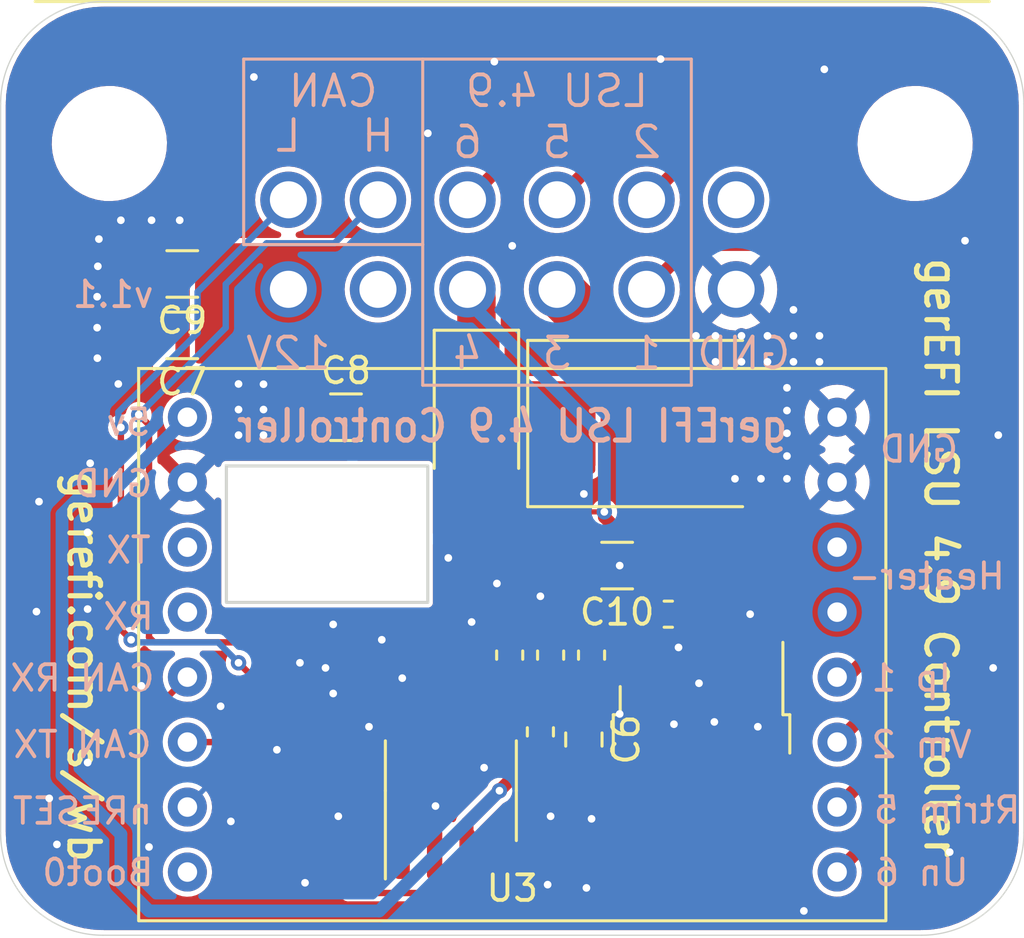
<source format=kicad_pcb>
(kicad_pcb (version 20211014) (generator pcbnew)
  (layers (0 "F.Cu" signal) (31 "B.Cu" signal) (34 "B.Paste" user) (35 "F.Paste" user) (36 "B.SilkS" user "B.Silkscreen") (37 "F.SilkS" user "F.Silkscreen") (38 "B.Mask" user) (39 "F.Mask" user) (44 "Edge.Cuts" user))
  (net 0 "")
  (net 1 "GND")
  (net 2 "+5V")
  (net 3 "Net-(C3-Pad1)")
  (net 4 "12V_RAW")
  (net 5 "/CAN_H")
  (net 6 "/CAN_L")
  (net 7 "/CAN_RX")
  (net 8 "/CAN_TX")
  (net 9 "/LSU_Heater+")
  (net 10 "/LSU_Un")
  (net 11 "/LSU_Rtrim")
  (net 12 "/LSU_Vm")
  (net 13 "/LSU_Ip")
  (net 14 "/LSU_Heater-")
  (net 19 "/Boot0")
  (footprint "mx120:mx120g-12" (layer "F.Cu") (at 60 66)
    (fp_text reference "J3" hide)
    (fp_text value "Conn_02x06_Top_Bottom")
    (fp_line (start 18.65 -11.25) (end -18.65 -11.25) (layer "F.SilkS") (width 0.12))
    (pad "" np_thru_hole circle locked (at -15.75 -5.7) (size 4 4) (drill 4) (layers *.Cu *.Mask))
    (pad "" np_thru_hole circle locked (at 15.75 -5.7) (size 4 4) (drill 4) (layers *.Cu *.Mask))
    (pad "1" thru_hole circle locked (at 8.75 0 180) (size 2.2 2.2) (drill 1.45) (layers *.Cu *.Mask) (net 1 "GND"))
    (pad "2" thru_hole circle locked (at 5.25 0 180) (size 2.2 2.2) (drill 1.45) (layers *.Cu *.Mask) (net 13 "/LSU_Ip"))
    (pad "3" thru_hole circle locked (at 1.75 0 180) (size 2.2 2.2) (drill 1.45) (layers *.Cu *.Mask) (net 14 "/LSU_Heater-"))
    (pad "4" thru_hole circle locked (at -1.75 0 180) (size 2.2 2.2) (drill 1.45) (layers *.Cu *.Mask) (net 9 "/LSU_Heater+"))
    (pad "5" thru_hole circle locked (at -5.25 0 180) (size 2.2 2.2) (drill 1.45) (layers *.Cu *.Mask))
    (pad "6" thru_hole circle locked (at -8.75 0 180) (size 2.2 2.2) (drill 1.45) (layers *.Cu *.Mask) (net 4 "12V_RAW"))
    (pad "7" thru_hole circle locked (at 8.75 -3.5 180) (size 2.2 2.2) (drill 1.45) (layers *.Cu *.Mask))
    (pad "8" thru_hole circle locked (at 5.25 -3.5 180) (size 2.2 2.2) (drill 1.45) (layers *.Cu *.Mask) (net 12 "/LSU_Vm"))
    (pad "9" thru_hole circle locked (at 1.75 -3.5 180) (size 2.2 2.2) (drill 1.45) (layers *.Cu *.Mask) (net 11 "/LSU_Rtrim"))
    (pad "10" thru_hole circle locked (at -1.75 -3.5 180) (size 2.2 2.2) (drill 1.45) (layers *.Cu *.Mask) (net 10 "/LSU_Un"))
    (pad "11" thru_hole circle locked (at -5.25 -3.5 180) (size 2.2 2.2) (drill 1.45) (layers *.Cu *.Mask) (net 5 "/CAN_H"))
    (pad "12" thru_hole circle locked (at -8.75 -3.5 180) (size 2.2 2.2) (drill 1.45) (layers *.Cu *.Mask) (net 6 "/CAN_L"))
  )
  (footprint "Capacitor_SMD:C_0603_1608Metric" (layer "F.Cu") (at 66.1 78.7 180)
    (fp_text reference "C1" hide)
    (fp_text value "1u")
    (fp_line (start -0.162779 0.51) (end 0.162779 0.51) (layer "F.SilkS") (width 0.12))
    (fp_line (start -0.162779 -0.51) (end 0.162779 -0.51) (layer "F.SilkS") (width 0.12))
    (pad "1" smd roundrect locked (at -0.7875 0 180) (size 0.875 0.95) (layers "F.Cu" "F.Paste" "F.Mask") (net 9 "/LSU_Heater+"))
    (pad "2" smd roundrect locked (at 0.7875 0 180) (size 0.875 0.95) (layers "F.Cu" "F.Paste" "F.Mask") (net 1 "GND"))
  )
  (footprint "Capacitor_SMD:C_0603_1608Metric" (layer "F.Cu") (at 63.1 80.3 90)
    (fp_text reference "C2" hide)
    (fp_text value "1u")
    (fp_line (start -0.162779 0.51) (end 0.162779 0.51) (layer "F.SilkS") (width 0.12))
    (fp_line (start -0.162779 -0.51) (end 0.162779 -0.51) (layer "F.SilkS") (width 0.12))
    (pad "1" smd roundrect locked (at -0.7875 0 90) (size 0.875 0.95) (layers "F.Cu" "F.Paste" "F.Mask") (net 2 "+5V"))
    (pad "2" smd roundrect locked (at 0.7875 0 90) (size 0.875 0.95) (layers "F.Cu" "F.Paste" "F.Mask") (net 1 "GND"))
  )
  (footprint "Capacitor_SMD:C_0603_1608Metric" (layer "F.Cu") (at 59.9 80.3 90)
    (fp_text reference "C3" hide)
    (fp_text value "1u")
    (fp_line (start -0.162779 0.51) (end 0.162779 0.51) (layer "F.SilkS") (width 0.12))
    (fp_line (start -0.162779 -0.51) (end 0.162779 -0.51) (layer "F.SilkS") (width 0.12))
    (pad "1" smd roundrect locked (at -0.7875 0 90) (size 0.875 0.95) (layers "F.Cu" "F.Paste" "F.Mask") (net 3 "Net-(C3-Pad1)"))
    (pad "2" smd roundrect locked (at 0.7875 0 90) (size 0.875 0.95) (layers "F.Cu" "F.Paste" "F.Mask") (net 1 "GND"))
  )
  (footprint "Diode_SMD:D_SMC" (layer "F.Cu") (at 65.405 71.247)
    (fp_text reference "D1" hide)
    (fp_text value "D_TVS")
    (fp_line (start -4.8 3.25) (end 3.6 3.25) (layer "F.SilkS") (width 0.12))
    (fp_line (start -4.8 3.25) (end -4.8 -3.25) (layer "F.SilkS") (width 0.12))
    (fp_line (start -4.8 -3.25) (end 3.6 -3.25) (layer "F.SilkS") (width 0.12))
    (pad "1" smd rect locked (at -3.4 0 90) (size 3.3 2.5) (layers "F.Cu" "F.Paste" "F.Mask") (net 4 "12V_RAW"))
    (pad "2" smd rect locked (at 3.4 0 90) (size 3.3 2.5) (layers "F.Cu" "F.Paste" "F.Mask") (net 1 "GND"))
  )
  (footprint "Diode_SMD:D_SMA" (layer "F.Cu") (at 58.6 71 -90)
    (fp_text reference "D2" hide)
    (fp_text value "D_Schottky")
    (fp_line (start -3.4 -1.65) (end -3.4 1.65) (layer "F.SilkS") (width 0.12))
    (fp_line (start -3.4 -1.65) (end 2 -1.65) (layer "F.SilkS") (width 0.12))
    (fp_line (start -3.4 1.65) (end 2 1.65) (layer "F.SilkS") (width 0.12))
    (pad "1" smd rect locked (at -2 0 270) (size 2.5 1.8) (layers "F.Cu" "F.Paste" "F.Mask") (net 9 "/LSU_Heater+"))
    (pad "2" smd rect locked (at 2 0 270) (size 2.5 1.8) (layers "F.Cu" "F.Paste" "F.Mask") (net 4 "12V_RAW"))
  )
  (footprint "Resistor_SMD:R_0603_1608Metric" (layer "F.Cu") (at 61.1 83.3 90)
    (fp_text reference "R1" hide)
    (fp_text value "220")
    (fp_line (start -0.162779 -0.51) (end 0.162779 -0.51) (layer "F.SilkS") (width 0.12))
    (fp_line (start -0.162779 0.51) (end 0.162779 0.51) (layer "F.SilkS") (width 0.12))
    (pad "1" smd roundrect locked (at -0.7875 0 90) (size 0.875 0.95) (layers "F.Cu" "F.Paste" "F.Mask") (net 2 "+5V"))
    (pad "2" smd roundrect locked (at 0.7875 0 90) (size 0.875 0.95) (layers "F.Cu" "F.Paste" "F.Mask") (net 3 "Net-(C3-Pad1)"))
  )
  (footprint "Resistor_SMD:R_0603_1608Metric" (layer "F.Cu") (at 61.5 80.3 90)
    (fp_text reference "R2" hide)
    (fp_text value "470")
    (fp_line (start -0.162779 0.51) (end 0.162779 0.51) (layer "F.SilkS") (width 0.12))
    (fp_line (start -0.162779 -0.51) (end 0.162779 -0.51) (layer "F.SilkS") (width 0.12))
    (pad "1" smd roundrect locked (at -0.7875 0 90) (size 0.875 0.95) (layers "F.Cu" "F.Paste" "F.Mask") (net 3 "Net-(C3-Pad1)"))
    (pad "2" smd roundrect locked (at 0.7875 0 90) (size 0.875 0.95) (layers "F.Cu" "F.Paste" "F.Mask") (net 1 "GND"))
  )
  (footprint "Package_SO:SOIC-8_3.9x4.9mm_P1.27mm" (layer "F.Cu") (at 57.6 85.6 90)
    (fp_text reference "U1" hide)
    (fp_text value "TJA1051T-3")
    (fp_line (start 0 -2.56) (end 1.95 -2.56) (layer "F.SilkS") (width 0.12))
    (fp_line (start 0 2.56) (end 1.95 2.56) (layer "F.SilkS") (width 0.12))
    (fp_line (start 0 -2.56) (end -3.45 -2.56) (layer "F.SilkS") (width 0.12))
    (fp_line (start 0 2.56) (end -1.95 2.56) (layer "F.SilkS") (width 0.12))
    (pad "1" smd roundrect locked (at -2.475 -1.905 90) (size 1.95 0.6) (layers "F.Cu" "F.Paste" "F.Mask") (net 8 "/CAN_TX"))
    (pad "2" smd roundrect locked (at -2.475 -0.635 90) (size 1.95 0.6) (layers "F.Cu" "F.Paste" "F.Mask") (net 1 "GND"))
    (pad "3" smd roundrect locked (at -2.475 0.635 90) (size 1.95 0.6) (layers "F.Cu" "F.Paste" "F.Mask") (net 2 "+5V"))
    (pad "4" smd roundrect locked (at -2.475 1.905 90) (size 1.95 0.6) (layers "F.Cu" "F.Paste" "F.Mask") (net 7 "/CAN_RX"))
    (pad "5" smd roundrect locked (at 2.475 1.905 90) (size 1.95 0.6) (layers "F.Cu" "F.Paste" "F.Mask") (net 3 "Net-(C3-Pad1)"))
    (pad "6" smd roundrect locked (at 2.475 0.635 90) (size 1.95 0.6) (layers "F.Cu" "F.Paste" "F.Mask") (net 6 "/CAN_L"))
    (pad "7" smd roundrect locked (at 2.475 -0.635 90) (size 1.95 0.6) (layers "F.Cu" "F.Paste" "F.Mask") (net 5 "/CAN_H"))
    (pad "8" smd roundrect locked (at 2.475 -1.905 90) (size 1.95 0.6) (layers "F.Cu" "F.Paste" "F.Mask") (net 1 "GND"))
  )
  (footprint "Package_TO_SOT_SMD:TO-252-2" (layer "F.Cu") (at 67.4 85.1 -90)
    (fp_text reference "U2" hide)
    (fp_text value "LM78M05_TO252")
    (fp_line (start -0.97 -3.45) (end -2.47 -3.45) (layer "F.SilkS") (width 0.12))
    (fp_line (start -2.47 3.18) (end -3.57 3.18) (layer "F.SilkS") (width 0.12))
    (fp_line (start -0.97 3.45) (end -2.47 3.45) (layer "F.SilkS") (width 0.12))
    (fp_line (start -2.47 3.45) (end -2.47 3.18) (layer "F.SilkS") (width 0.12))
    (fp_line (start -2.47 -3.45) (end -2.47 -3.18) (layer "F.SilkS") (width 0.12))
    (fp_line (start -2.47 -3.18) (end -5.3 -3.18) (layer "F.SilkS") (width 0.12))
    (pad "1" smd rect locked (at -4.2 -2.28 270) (size 2.2 1.2) (layers "F.Cu" "F.Paste" "F.Mask") (net 9 "/LSU_Heater+"))
    (pad "2" smd rect locked (at 2.1 0 270) (size 6.4 5.8) (layers "F.Cu" "F.Mask") (net 1 "GND"))
    (pad "3" smd rect locked (at -4.2 2.28 270) (size 2.2 1.2) (layers "F.Cu" "F.Paste" "F.Mask") (net 2 "+5V"))
  )
  (footprint "Capacitor_SMD:C_0402_1005Metric" (layer "F.Cu") (at 57 80.8 -90)
    (fp_text reference "C4" hide)
    (fp_text value "47p")
    (pad "1" smd roundrect locked (at -0.485 0 270) (size 0.59 0.64) (layers "F.Cu" "F.Paste" "F.Mask") (net 1 "GND"))
    (pad "2" smd roundrect locked (at 0.485 0 270) (size 0.59 0.64) (layers "F.Cu" "F.Paste" "F.Mask") (net 5 "/CAN_H"))
  )
  (footprint "Capacitor_SMD:C_0402_1005Metric" (layer "F.Cu") (at 58.2 80.8 90)
    (fp_text reference "C5" hide)
    (fp_text value "47p")
    (pad "1" smd roundrect locked (at -0.485 0 90) (size 0.59 0.64) (layers "F.Cu" "F.Paste" "F.Mask") (net 6 "/CAN_L"))
    (pad "2" smd roundrect locked (at 0.485 0 90) (size 0.59 0.64) (layers "F.Cu" "F.Paste" "F.Mask") (net 1 "GND"))
  )
  (footprint "Capacitor_SMD:C_0805_2012Metric" (layer "F.Cu") (at 62.8 83.6 -90)
    (fp_text reference "C6" (at 0 -1.65 90) (layer "F.SilkS"))
    (fp_text value "22u")
    (fp_line (start -0.258578 0.71) (end 0.258578 0.71) (layer "F.SilkS") (width 0.12))
    (fp_line (start -0.258578 -0.71) (end 0.258578 -0.71) (layer "F.SilkS") (width 0.12))
    (pad "1" smd roundrect locked (at -0.9375 0 270) (size 0.975 1.4) (layers "F.Cu" "F.Paste" "F.Mask") (net 2 "+5V"))
    (pad "2" smd roundrect locked (at 0.9375 0 270) (size 0.975 1.4) (layers "F.Cu" "F.Paste" "F.Mask") (net 1 "GND"))
  )
  (footprint "Capacitor_SMD:C_1206_3216Metric" (layer "F.Cu") (at 47.1 67.8 180)
    (fp_text reference "C7" (at 0 -1.82) (layer "F.SilkS"))
    (fp_text value "10u")
    (fp_line (start -0.602064 0.91) (end 0.602064 0.91) (layer "F.SilkS") (width 0.12))
    (fp_line (start -0.602064 -0.91) (end 0.602064 -0.91) (layer "F.SilkS") (width 0.12))
    (pad "1" smd roundrect locked (at -1.4 0 180) (size 1.25 1.75) (layers "F.Cu" "F.Paste" "F.Mask") (roundrect_rratio 0.2) (net 4 "12V_RAW"))
    (pad "2" smd roundrect locked (at 1.4 0 180) (size 1.25 1.75) (layers "F.Cu" "F.Paste" "F.Mask") (roundrect_rratio 0.2) (net 1 "GND"))
  )
  (footprint "Capacitor_SMD:C_1206_3216Metric" (layer "F.Cu") (at 53.5 71)
    (fp_text reference "C8" (at 0 -1.82) (layer "F.SilkS"))
    (fp_text value "10u")
    (fp_line (start -0.602064 -0.91) (end 0.602064 -0.91) (layer "F.SilkS") (width 0.12))
    (fp_line (start -0.602064 0.91) (end 0.602064 0.91) (layer "F.SilkS") (width 0.12))
    (pad "1" smd roundrect locked (at -1.4 0) (size 1.25 1.75) (layers "F.Cu" "F.Paste" "F.Mask") (roundrect_rratio 0.2) (net 1 "GND"))
    (pad "2" smd roundrect locked (at 1.4 0) (size 1.25 1.75) (layers "F.Cu" "F.Paste" "F.Mask") (roundrect_rratio 0.2) (net 4 "12V_RAW"))
  )
  (footprint "Capacitor_SMD:C_1206_3216Metric" (layer "F.Cu") (at 47.1 65.4 180)
    (fp_text reference "C9" (at 0 -1.82) (layer "F.SilkS"))
    (fp_text value "10u")
    (fp_line (start -0.602064 0.91) (end 0.602064 0.91) (layer "F.SilkS") (width 0.12))
    (fp_line (start -0.602064 -0.91) (end 0.602064 -0.91) (layer "F.SilkS") (width 0.12))
    (pad "1" smd roundrect locked (at -1.4 0 180) (size 1.25 1.75) (layers "F.Cu" "F.Paste" "F.Mask") (roundrect_rratio 0.2) (net 4 "12V_RAW"))
    (pad "2" smd roundrect locked (at 1.4 0 180) (size 1.25 1.75) (layers "F.Cu" "F.Paste" "F.Mask") (roundrect_rratio 0.2) (net 1 "GND"))
  )
  (footprint "Capacitor_SMD:C_1206_3216Metric" (layer "F.Cu") (at 64.1 76.8 180)
    (fp_text reference "C10" (at 0 -1.82) (layer "F.SilkS"))
    (fp_text value "10u")
    (fp_line (start -0.602064 -0.91) (end 0.602064 -0.91) (layer "F.SilkS") (width 0.12))
    (fp_line (start -0.602064 0.91) (end 0.602064 0.91) (layer "F.SilkS") (width 0.12))
    (pad "1" smd roundrect locked (at -1.4 0 180) (size 1.25 1.75) (layers "F.Cu" "F.Paste" "F.Mask") (roundrect_rratio 0.2) (net 9 "/LSU_Heater+"))
    (pad "2" smd roundrect locked (at 1.4 0 180) (size 1.25 1.75) (layers "F.Cu" "F.Paste" "F.Mask") (roundrect_rratio 0.2) (net 1 "GND"))
  )
  (footprint "wideband_module:f042_wideband_module" (layer "F.Cu") (at 47.3 71)
    (fp_text reference "U3" (at 12.7 18.415 unlocked) (layer "F.SilkS"))
    (fp_text value "f042_wideband_module")
    (fp_rect (start -1.905 -1.905) (end 27.305 19.685) (layer "F.SilkS") (width 0.12) (fill none))
    (fp_rect (start 1.524 1.905) (end 9.398 7.239) (layer "Edge.Cuts") (width 0.12) (fill none))
    (pad "1" thru_hole circle (at 0 0) (size 1.524 1.524) (drill 0.762) (layers *.Cu *.Mask) (net 2 "+5V"))
    (pad "2" thru_hole circle (at 0 2.54) (size 1.524 1.524) (drill 0.762) (layers *.Cu *.Mask) (net 1 "GND"))
    (pad "3" thru_hole circle (at 0 5.08) (size 1.524 1.524) (drill 0.762) (layers *.Cu *.Mask))
    (pad "4" thru_hole circle (at 0 7.62) (size 1.524 1.524) (drill 0.762) (layers *.Cu *.Mask))
    (pad "5" thru_hole circle (at 0 10.16) (size 1.524 1.524) (drill 0.762) (layers *.Cu *.Mask) (net 7 "/CAN_RX"))
    (pad "6" thru_hole circle (at 0 12.7) (size 1.524 1.524) (drill 0.762) (layers *.Cu *.Mask) (net 8 "/CAN_TX"))
    (pad "7" thru_hole circle (at 0 15.24) (size 1.524 1.524) (drill 0.762) (layers *.Cu *.Mask) (net 9 "/LSU_Heater+"))
    (pad "8" thru_hole circle (at 0 17.78) (size 1.524 1.524) (drill 0.762) (layers *.Cu *.Mask) (net 19 "/Boot0"))
    (pad "9" thru_hole circle (at 25.4 0) (size 1.524 1.524) (drill 0.762) (layers *.Cu *.Mask) (net 1 "GND"))
    (pad "10" thru_hole circle (at 25.4 2.54) (size 1.524 1.524) (drill 0.762) (layers *.Cu *.Mask) (net 1 "GND"))
    (pad "11" thru_hole circle (at 25.4 5.08) (size 1.524 1.524) (drill 0.762) (layers *.Cu *.Mask) (net 14 "/LSU_Heater-"))
    (pad "12" thru_hole circle (at 25.4 7.62) (size 1.524 1.524) (drill 0.762) (layers *.Cu *.Mask) (net 14 "/LSU_Heater-"))
    (pad "13" thru_hole circle (at 25.4 10.16) (size 1.524 1.524) (drill 0.762) (layers *.Cu *.Mask) (net 13 "/LSU_Ip"))
    (pad "14" thru_hole circle (at 25.4 12.7) (size 1.524 1.524) (drill 0.762) (layers *.Cu *.Mask) (net 12 "/LSU_Vm"))
    (pad "15" thru_hole circle (at 25.4 15.24) (size 1.524 1.524) (drill 0.762) (layers *.Cu *.Mask) (net 11 "/LSU_Rtrim"))
    (pad "16" thru_hole circle (at 25.4 17.78) (size 1.524 1.524) (drill 0.762) (layers *.Cu *.Mask) (net 10 "/LSU_Un"))
  )
  (gr_line (start 49.5 64.25) (end 56.5 64.25) (layer "B.SilkS") (width 0.12))
  (gr_line (start 67 57) (end 67 69.75) (layer "B.SilkS") (width 0.12))
  (gr_line (start 56.5 57) (end 49.5 57) (layer "B.SilkS") (width 0.12))
  (gr_line (start 56.5 69.75) (end 67 69.75) (layer "B.SilkS") (width 0.12))
  (gr_line (start 56.5 64.25) (end 56.5 69.75) (layer "B.SilkS") (width 0.12))
  (gr_line (start 56.5 64.25) (end 56.5 57) (layer "B.SilkS") (width 0.12))
  (gr_line (start 67 57) (end 56.5 57) (layer "B.SilkS") (width 0.12))
  (gr_line (start 49.5 57) (end 49.5 64.25) (layer "B.SilkS") (width 0.12))
  (gr_line (start 80 87.25) (end 80 58.75) (layer "Edge.Cuts") (width 0.05))
  (gr_arc (start 80 87.25) (mid 78.828427 90.078427) (end 76 91.25) (layer "Edge.Cuts") (width 0.05))
  (gr_arc (start 44 91.25) (mid 41.171573 90.078427) (end 40 87.25) (layer "Edge.Cuts") (width 0.05))
  (gr_arc (start 40 58.75) (mid 41.171573 55.921573) (end 44 54.75) (layer "Edge.Cuts") (width 0.05))
  (gr_line (start 44 91.25) (end 76 91.25) (layer "Edge.Cuts") (width 0.05))
  (gr_line (start 40 58.75) (end 40 87.25) (layer "Edge.Cuts") (width 0.05))
  (gr_arc (start 76 54.75) (mid 78.828427 55.921573) (end 80 58.75) (layer "Edge.Cuts") (width 0.05))
  (gr_line (start 76 54.75) (end 44 54.75) (layer "Edge.Cuts") (width 0.05))
  (gr_text "CAN" (at 53 58.25) (layer "B.SilkS") (effects (font (size 1.2 1.2)) (justify mirror)))
  (gr_text "12V" (at 51.25 68.5) (layer "B.SilkS") (effects (font (size 1.2 1.2)) (justify mirror)))
  (gr_text "GND" (at 69.05 68.5) (layer "B.SilkS") (effects (font (size 1.2 1.2)) (justify mirror)))
  (gr_text "L" (at 51.25 60) (layer "B.SilkS") (effects (font (size 1.2 1.2)) (justify mirror)))
  (gr_text "H" (at 54.75 60) (layer "B.SilkS") (effects (font (size 1.2 1.2)) (justify mirror)))
  (gr_text "1" (at 65.25 68.5) (layer "B.SilkS") (effects (font (size 1.2 1.2)) (justify mirror)))
  (gr_text "3" (at 61.75 68.5) (layer "B.SilkS") (effects (font (size 1.2 1.2)) (justify mirror)))
  (gr_text "4" (at 58.25 68.5) (layer "B.SilkS") (effects (font (size 1.2 1.2)) (justify mirror)))
  (gr_text "6" (at 58.25 60.25) (layer "B.SilkS") (effects (font (size 1.2 1.2)) (justify mirror)))
  (gr_text "5" (at 61.75 60.25) (layer "B.SilkS") (effects (font (size 1.2 1.2)) (justify mirror)))
  (gr_text "LSU 4.9" (at 61.75 58.25) (layer "B.SilkS") (effects (font (size 1.2 1.2)) (justify mirror)))
  (gr_text "2" (at 65.25 60.25) (layer "B.SilkS") (effects (font (size 1.2 1.2)) (justify mirror)))
  (gr_text "gerEFI LSU 4.9 Controller" (at 60 71.35) (layer "B.SilkS") (effects (font (size 1.2 1.1) (thickness 0.2)) (justify mirror)))
  (gr_text "GND" (at 75.9 72.25) (layer "B.SilkS") (effects (font (size 1 1)) (justify mirror)))
  (gr_text "Un 6" (at 76 88.8) (layer "B.SilkS") (effects (font (size 1 1)) (justify mirror)))
  (gr_text "TX" (at 45 76.2) (layer "B.SilkS") (effects (font (size 1 1)) (justify mirror)))
  (gr_text "CAN RX" (at 43.2 81.2) (layer "B.SilkS") (effects (font (size 1 1)) (justify mirror)))
  (gr_text "Rtrim 5" (at 77 86.36) (layer "B.SilkS") (effects (font (size 1 1)) (justify mirror)))
  (gr_text "RX" (at 45 78.8) (layer "B.SilkS") (effects (font (size 1 1)) (justify mirror)))
  (gr_text "nRESET" (at 43.2 86.4) (layer "B.SilkS") (effects (font (size 1 1)) (justify mirror)))
  (gr_text "Boot0" (at 43.8 88.8) (layer "B.SilkS") (effects (font (size 1 1)) (justify mirror)))
  (gr_text "v1.1" (at 44.4 66.2) (layer "B.SilkS") (effects (font (size 1 1)) (justify mirror)))
  (gr_text "Vm 2" (at 76 83.8) (layer "B.SilkS") (effects (font (size 1 1)) (justify mirror)))
  (gr_text "GND" (at 44.4 73.6) (layer "B.SilkS") (effects (font (size 1 1)) (justify mirror)))
  (gr_text "5v" (at 45 71.2) (layer "B.SilkS") (effects (font (size 1 1)) (justify mirror)))
  (gr_text "Heater-" (at 76.2 77.216) (layer "B.SilkS") (effects (font (size 1 1)) (justify mirror)))
  (gr_text "CAN TX" (at 43.2 83.8) (layer "B.SilkS") (effects (font (size 1 1)) (justify mirror)))
  (gr_text "Ip 1" (at 75.6 81.2) (layer "B.SilkS") (effects (font (size 1 1)) (justify mirror)))
  (gr_text "gerEFI LSU 4.9 Controller" (at 76.75 76.5 270) (layer "F.SilkS") (effects (font (size 1.2 1.2) (thickness 0.2))))
  (gr_text "gerefi.com/s/wb" (at 43.25 80.75 270) (layer "F.SilkS") (effects (font (size 1.2 1.2) (thickness 0.2))))
  (via (at 67.945 67.818) (size 0.6) (drill 0.3) (layers "F.Cu" "B.Cu") (net 1))
  (via (at 68.961 67.818) (size 0.6) (drill 0.3) (layers "F.Cu" "B.Cu") (net 1))
  (via (at 69.977 67.818) (size 0.6) (drill 0.3) (layers "F.Cu" "B.Cu") (net 1))
  (via (at 70.993 67.818) (size 0.6) (drill 0.3) (layers "F.Cu" "B.Cu") (net 1))
  (via (at 70.993 66.802) (size 0.6) (drill 0.3) (layers "F.Cu" "B.Cu") (net 1))
  (via (at 72.009 67.818) (size 0.6) (drill 0.3) (layers "F.Cu" "B.Cu") (net 1))
  (via (at 72.009 68.834) (size 0.6) (drill 0.3) (layers "F.Cu" "B.Cu") (net 1))
  (via (at 70.993 68.834) (size 0.6) (drill 0.3) (layers "F.Cu" "B.Cu") (net 1))
  (via (at 69.977 68.834) (size 0.6) (drill 0.3) (layers "F.Cu" "B.Cu") (net 1))
  (via (at 68.961 68.834) (size 0.6) (drill 0.3) (layers "F.Cu" "B.Cu") (net 1))
  (via (at 67.945 68.834) (size 0.6) (drill 0.3) (layers "F.Cu" "B.Cu") (net 1))
  (via (at 70.739 69.85) (size 0.6) (drill 0.3) (layers "F.Cu" "B.Cu") (net 1))
  (via (at 70.739 70.739) (size 0.6) (drill 0.3) (layers "F.Cu" "B.Cu") (net 1))
  (via (at 70.739 71.628) (size 0.6) (drill 0.3) (layers "F.Cu" "B.Cu") (net 1))
  (via (at 70.739 72.517) (size 0.6) (drill 0.3) (layers "F.Cu" "B.Cu") (net 1))
  (via (at 70.739 73.406) (size 0.6) (drill 0.3) (layers "F.Cu" "B.Cu") (net 1))
  (via (at 69.723 73.406) (size 0.6) (drill 0.3) (layers "F.Cu" "B.Cu") (net 1))
  (via (at 68.707 73.406) (size 0.6) (drill 0.3) (layers "F.Cu" "B.Cu") (net 1))
  (via (at 67.183 67.818) (size 0.6) (drill 0.3) (layers "F.Cu" "B.Cu") (net 1))
  (via (at 50.8 84) (size 0.6) (drill 0.3) (layers "F.Cu" "B.Cu") (net 1))
  (via (at 41.5 74.3) (size 0.6) (drill 0.3) (layers "F.Cu" "B.Cu") (net 1))
  (via (at 65.8 57) (size 0.6) (drill 0.3) (layers "F.Cu" "B.Cu") (net 1))
  (via (at 43.4 75.5) (size 0.6) (drill 0.3) (layers "F.Cu" "B.Cu") (net 1))
  (via (at 54.9 79.7) (size 0.6) (drill 0.3) (layers "F.Cu" "B.Cu") (net 1))
  (via (at 72.2 57.4) (size 0.6) (drill 0.3) (layers "F.Cu" "B.Cu") (net 1))
  (via (at 49.3 69.7) (size 0.6) (drill 0.3) (layers "F.Cu" "B.Cu") (net 1))
  (via (at 43.8 65.1) (size 0.6) (drill 0.3) (layers "F.Cu" "B.Cu") (net 1))
  (via (at 59.4 77.5) (size 0.6) (drill 0.3) (layers "F.Cu" "B.Cu") (net 1))
  (via (at 49.3 70.7) (size 0.6) (drill 0.3) (layers "F.Cu" "B.Cu") (net 1))
  (via (at 78.8 80.8) (size 0.6) (drill 0.3) (layers "F.Cu" "B.Cu") (net 1))
  (via (at 43.4 78.5) (size 0.6) (drill 0.3) (layers "F.Cu" "B.Cu") (net 1))
  (via (at 59.3 57.1) (size 0.6) (drill 0.3) (layers "F.Cu" "B.Cu") (net 1))
  (via (at 61.5 86.6) (size 0.6) (drill 0.3) (layers "F.Cu" "B.Cu") (net 1))
  (via (at 53 79.1) (size 0.6) (drill 0.3) (layers "F.Cu" "B.Cu") (net 1))
  (via (at 49.3 71.7) (size 0.6) (drill 0.3) (layers "F.Cu" "B.Cu") (net 1))
  (via (at 45.5 81.5) (size 0.6) (drill 0.3) (layers "F.Cu" "B.Cu") (net 1))
  (via (at 69.3 78.7) (size 0.6) (drill 0.3) (layers "F.Cu" "B.Cu") (net 1))
  (via (at 51.7 80.6) (size 0.6) (drill 0.3) (layers "F.Cu" "B.Cu") (net 1))
  (via (at 45.9 63.3) (size 0.6) (drill 0.3) (layers "F.Cu" "B.Cu") (net 1))
  (via (at 43.781879 68.691948) (size 0.6) (drill 0.3) (layers "F.Cu" "B.Cu") (net 1))
  (via (at 56.7 59.9) (size 0.6) (drill 0.3) (layers "F.Cu" "B.Cu") (net 1))
  (via (at 41.9 85.9) (size 0.6) (drill 0.3) (layers "F.Cu" "B.Cu") (net 1))
  (via (at 54.4 83.1) (size 0.6) (drill 0.3) (layers "F.Cu" "B.Cu") (net 1))
  (via (at 45.8 87.8) (size 0.6) (drill 0.3) (layers "F.Cu" "B.Cu") (net 1))
  (via (at 43.771994 66.289898) (size 0.6) (drill 0.3) (layers "F.Cu" "B.Cu") (net 1))
  (via (at 41.4 78.6) (size 0.6) (drill 0.3) (layers "F.Cu" "B.Cu") (net 1))
  (via (at 63.1 86.7) (size 0.6) (drill 0.3) (layers "F.Cu" "B.Cu") (net 1))
  (via (at 77.1 88) (size 0.6) (drill 0.3) (layers "F.Cu" "B.Cu") (net 1))
  (via (at 60 64.3) (size 0.6) (drill 0.3) (layers "F.Cu" "B.Cu") (net 1))
  (via (at 49.9 57.7) (size 0.6) (drill 0.3) (layers "F.Cu" "B.Cu") (net 1))
  (via (at 67.900341 82.911962) (size 0.6) (drill 0.3) (layers "F.Cu" "B.Cu") (net 1))
  (via (at 62.9 89.4) (size 0.6) (drill 0.3) (layers "F.Cu" "B.Cu") (net 1))
  (via (at 48.6 82.3) (size 0.6) (drill 0.3) (layers "F.Cu" "B.Cu") (net 1))
  (via (at 58.9 84.7) (size 0.6) (drill 0.3) (layers "F.Cu" "B.Cu") (net 1))
  (via (at 53.2 86.6) (size 0.6) (drill 0.3) (layers "F.Cu" "B.Cu") (net 1))
  (via (at 44.7 63.3) (size 0.6) (drill 0.3) (layers "F.Cu" "B.Cu") (net 1))
  (via (at 62.8 74) (size 0.6) (drill 0.3) (layers "F.Cu" "B.Cu") (net 1))
  (via (at 43.841189 64.036122) (size 0.6) (drill 0.3) (layers "F.Cu" "B.Cu") (net 1))
  (via (at 69.6 83.1) (size 0.6) (drill 0.3) (layers "F.Cu" "B.Cu") (net 1))
  (via (at 43.4 84.5) (size 0.6) (drill 0.3) (layers "F.Cu" "B.Cu") (net 1))
  (via (at 57.5 76.5) (size 0.6) (drill 0.3) (layers "F.Cu" "B.Cu") (net 1))
  (via (at 66.5 80) (size 0.6) (drill 0.3) (layers "F.Cu" "B.Cu") (net 1))
  (via (at 55.7 81.2) (size 0.6) (drill 0.3) (layers "F.Cu" "B.Cu") (net 1))
  (via (at 50.276312 71.7) (size 0.6) (drill 0.3) (layers "F.Cu" "B.Cu") (net 1))
  (via (at 64.2 82.6) (size 0.6) (drill 0.3) (layers "F.Cu" "B.Cu") (net 1))
  (via (at 53 81.8) (size 0.6) (drill 0.3) (layers "F.Cu" "B.Cu") (net 1))
  (via (at 67.3 81.4) (size 0.6) (drill 0.3) (layers "F.Cu" "B.Cu") (net 1))
  (via (at 51.9 89.2) (size 0.6) (drill 0.3) (layers "F.Cu" "B.Cu") (net 1))
  (via (at 49 86.8) (size 0.6) (drill 0.3) (layers "F.Cu" "B.Cu") (net 1))
  (via (at 66.321215 83.000927) (size 0.6) (drill 0.3) (layers "F.Cu" "B.Cu") (net 1))
  (via (at 79 71.7) (size 0.6) (drill 0.3) (layers "F.Cu" "B.Cu") (net 1))
  (via (at 50.276312 70.7) (size 0.6) (drill 0.3) (layers "F.Cu" "B.Cu") (net 1))
  (via (at 57 86.2) (size 0.6) (drill 0.3) (layers "F.Cu" "B.Cu") (net 1))
  (via (at 64.2 76.8) (size 0.6) (drill 0.3) (layers "F.Cu" "B.Cu") (net 1))
  (via (at 44.6 69.7) (size 0.6) (drill 0.3) (layers "F.Cu" "B.Cu") (net 1))
  (via (at 43.771994 67.5) (size 0.6) (drill 0.3) (layers "F.Cu" "B.Cu") (net 1))
  (via (at 77.7 64.1) (size 0.6) (drill 0.3) (layers "F.Cu" "B.Cu") (net 1))
  (via (at 43.5 72.8) (size 0.6) (drill 0.3) (layers "F.Cu" "B.Cu") (net 1))
  (via (at 58.412246 79.005411) (size 0.6) (drill 0.3) (layers "F.Cu" "B.Cu") (net 1))
  (via (at 61.383667 89.272948) (size 0.6) (drill 0.3) (layers "F.Cu" "B.Cu") (net 1))
  (via (at 50.276312 69.710101) (size 0.6) (drill 0.3) (layers "F.Cu" "B.Cu") (net 1))
  (via (at 61.1 78) (size 0.6) (drill 0.3) (layers "F.Cu" "B.Cu") (net 1))
  (via (at 47 63.3) (size 0.6) (drill 0.3) (layers "F.Cu" "B.Cu") (net 1))
  (via (at 42.2 87.7) (size 0.6) (drill 0.3) (layers "F.Cu" "B.Cu") (net 1))
  (via (at 71.4 90.3) (size 0.6) (drill 0.3) (layers "F.Cu" "B.Cu") (net 1))
  (segment (start 65.12 80.9) (end 63.2875 80.9) (width 0.5) (layer "F.Cu") (net 2))
  (segment (start 62.8 82.6625) (end 62.8 81.3875) (width 0.5) (layer "F.Cu") (net 2))
  (segment (start 61.0125 84.0875) (end 59.5 85.6) (width 0.5) (layer "F.Cu") (net 2))
  (segment (start 61.1 84.0875) (end 61.0125 84.0875) (width 0.5) (layer "F.Cu") (net 2))
  (segment (start 62.8 81.3875) (end 63.1 81.0875) (width 0.5) (layer "F.Cu") (net 2))
  (segment (start 63.2875 80.9) (end 63.1 81.0875) (width 0.5) (layer "F.Cu") (net 2))
  (segment (start 62.8 82.6625) (end 62.525 82.6625) (width 0.5) (layer "F.Cu") (net 2))
  (segment (start 59.5 85.6) (end 58.235 86.865) (width 0.5) (layer "F.Cu") (net 2))
  (segment (start 58.235 86.865) (end 58.235 88.075) (width 0.5) (layer "F.Cu") (net 2))
  (segment (start 62.525 82.6625) (end 61.1 84.0875) (width 0.5) (layer "F.Cu") (net 2))
  (via (at 59.5 85.6) (size 0.6) (drill 0.3) (layers "F.Cu" "B.Cu") (net 2))
  (segment (start 42.4 74.8) (end 42.4 85) (width 0.5) (layer "B.Cu") (net 2))
  (segment (start 44.7 89.2) (end 45.8 90.3) (width 0.5) (layer "B.Cu") (net 2))
  (segment (start 42.4 85) (end 44.7 87.3) (width 0.5) (layer "B.Cu") (net 2))
  (segment (start 43.1 74.1) (end 42.4 74.8) (width 0.5) (layer "B.Cu") (net 2))
  (segment (start 44.7 87.3) (end 44.7 89.2) (width 0.5) (layer "B.Cu") (net 2))
  (segment (start 54.8 90.3) (end 59.5 85.6) (width 0.5) (layer "B.Cu") (net 2))
  (segment (start 44.2 74.1) (end 43.1 74.1) (width 0.5) (layer "B.Cu") (net 2))
  (segment (start 45.8 90.3) (end 54.8 90.3) (width 0.5) (layer "B.Cu") (net 2))
  (segment (start 47.3 71) (end 44.2 74.1) (width 0.5) (layer "B.Cu") (net 2))
  (segment (start 61.5 81.0875) (end 61.5 82.1125) (width 0.25) (layer "F.Cu") (net 3))
  (segment (start 61.5 82.1125) (end 61.1 82.5125) (width 0.25) (layer "F.Cu") (net 3))
  (segment (start 59.9 81.0875) (end 61.5 81.0875) (width 0.25) (layer "F.Cu") (net 3))
  (segment (start 59.505 81.4825) (end 59.9 81.0875) (width 0.25) (layer "F.Cu") (net 3))
  (segment (start 59.505 83.125) (end 59.505 81.4825) (width 0.25) (layer "F.Cu") (net 3))
  (segment (start 56.5 84.9) (end 56.3 85.1) (width 0.25) (layer "F.Cu") (net 5))
  (segment (start 56.965 83.125) (end 56.965 84.435) (width 0.25) (layer "F.Cu") (net 5))
  (segment (start 56.965 83.125) (end 56.965 81.32) (width 0.25) (layer "F.Cu") (net 5))
  (segment (start 56.3 85.1) (end 54.9 85.1) (width 0.25) (layer "F.Cu") (net 5))
  (segment (start 56.965 84.435) (end 56.5 84.9) (width 0.25) (layer "F.Cu") (net 5))
  (segment (start 56.965 81.32) (end 57 81.285) (width 0.25) (layer "F.Cu") (net 5))
  (segment (start 49.6 79.8) (end 46.6 79.8) (width 0.25) (layer "F.Cu") (net 5))
  (segment (start 45.8 71.3) (end 45.4 70.9) (width 0.25) (layer "F.Cu") (net 5))
  (segment (start 46.6 79.8) (end 46 79.8) (width 0.25) (layer "F.Cu") (net 5))
  (segment (start 45.8 78.3) (end 45.8 71.3) (width 0.25) (layer "F.Cu") (net 5))
  (segment (start 50.4 80.6) (end 49.6 79.8) (width 0.25) (layer "F.Cu") (net 5))
  (segment (start 46 79.8) (end 45.8 79.6) (width 0.25) (layer "F.Cu") (net 5))
  (segment (start 45.8 79.6) (end 45.8 78.3) (width 0.25) (layer "F.Cu") (net 5))
  (segment (start 54.9 85.1) (end 50.4 80.6) (width 0.25) (layer "F.Cu") (net 5))
  (via (at 45.4 70.9) (size 0.6) (drill 0.3) (layers "F.Cu" "B.Cu") (net 5))
  (segment (start 48.8 67.5) (end 48.8 65.8) (width 0.25) (layer "B.Cu") (net 5))
  (segment (start 45.4 70.9) (end 48.8 67.5) (width 0.25) (layer "B.Cu") (net 5))
  (segment (start 48.8 65.8) (end 50.4 64.2) (width 0.25) (layer "B.Cu") (net 5))
  (segment (start 50.4 64.2) (end 53.05 64.2) (width 0.25) (layer "B.Cu") (net 5))
  (segment (start 53.05 64.2) (end 54.75 62.5) (width 0.25) (layer "B.Cu") (net 5))
  (segment (start 44.7 79.3) (end 45.1 79.7) (width 0.25) (layer "F.Cu") (net 6))
  (segment (start 44.7 71.4) (end 44.7 79.3) (width 0.25) (layer "F.Cu") (net 6))
  (segment (start 56.7 85.6) (end 55.2 85.6) (width 0.25) (layer "F.Cu") (net 6))
  (segment (start 58.235 83.125) (end 58.235 84.065) (width 0.25) (layer "F.Cu") (net 6))
  (segment (start 55.2 85.6) (end 54.3 85.6) (width 0.25) (layer "F.Cu") (net 6))
  (segment (start 58.235 83.125) (end 58.235 81.32) (width 0.25) (layer "F.Cu") (net 6))
  (segment (start 57.1 85.2) (end 56.7 85.6) (width 0.25) (layer "F.Cu") (net 6))
  (segment (start 58.235 81.32) (end 58.2 81.285) (width 0.25) (layer "F.Cu") (net 6))
  (segment (start 54.3 85.6) (end 49.3 80.6) (width 0.25) (layer "F.Cu") (net 6))
  (segment (start 58.235 84.065) (end 57.1 85.2) (width 0.25) (layer "F.Cu") (net 6))
  (via (at 45.1 79.7) (size 0.6) (drill 0.3) (layers "F.Cu" "B.Cu") (net 6))
  (via (at 49.3 80.6) (size 0.6) (drill 0.3) (layers "F.Cu" "B.Cu") (net 6))
  (via (at 44.7 71.4) (size 0.6) (drill 0.3) (layers "F.Cu" "B.Cu") (net 6))
  (segment (start 49.3 80.6) (end 48.5 79.8) (width 0.25) (layer "B.Cu") (net 6))
  (segment (start 45.2 79.8) (end 45.1 79.7) (width 0.25) (layer "B.Cu") (net 6))
  (segment (start 46.3 79.8) (end 45.2 79.8) (width 0.25) (layer "B.Cu") (net 6))
  (segment (start 44.6 70.8) (end 44.6 71.3) (width 0.25) (layer "B.Cu") (net 6))
  (segment (start 51.25 62.55) (end 47.7 66.1) (width 0.25) (layer "B.Cu") (net 6))
  (segment (start 51.25 62.5) (end 51.25 62.55) (width 0.25) (layer "B.Cu") (net 6))
  (segment (start 48.5 79.8) (end 46.3 79.8) (width 0.25) (layer "B.Cu") (net 6))
  (segment (start 47.7 66.1) (end 47.7 67.7) (width 0.25) (layer "B.Cu") (net 6))
  (segment (start 44.6 71.3) (end 44.7 71.4) (width 0.25) (layer "B.Cu") (net 6))
  (segment (start 47.7 67.7) (end 44.6 70.8) (width 0.25) (layer "B.Cu") (net 6))
  (segment (start 46.4 84.9) (end 48.9 84.9) (width 0.25) (layer "F.Cu") (net 7))
  (segment (start 59.3 89.6) (end 59.505 89.395) (width 0.25) (layer "F.Cu") (net 7))
  (segment (start 45.9 84.4) (end 46.4 84.9) (width 0.25) (layer "F.Cu") (net 7))
  (segment (start 59.505 89.395) (end 59.505 88.075) (width 0.25) (layer "F.Cu") (net 7))
  (segment (start 48.9 84.9) (end 53.6 89.6) (width 0.25) (layer "F.Cu") (net 7))
  (segment (start 47.3 81.16) (end 45.9 82.56) (width 0.25) (layer "F.Cu") (net 7))
  (segment (start 45.9 82.56) (end 45.9 84.4) (width 0.25) (layer "F.Cu") (net 7))
  (segment (start 53.6 89.6) (end 59.3 89.6) (width 0.25) (layer "F.Cu") (net 7))
  (segment (start 47.3 83.7) (end 48.5 83.7) (width 0.25) (layer "F.Cu") (net 8))
  (segment (start 48.5 83.7) (end 52.875 88.075) (width 0.25) (layer "F.Cu") (net 8))
  (segment (start 52.875 88.075) (end 55.695 88.075) (width 0.25) (layer "F.Cu") (net 8))
  (segment (start 56.9 78.8) (end 61 74.7) (width 0.2) (layer "F.Cu") (net 9))
  (segment (start 69.68 80.48) (end 67.9 78.7) (width 0.5) (layer "F.Cu") (net 9))
  (segment (start 52.7 80.8) (end 54.7 78.8) (width 0.2) (layer "F.Cu") (net 9))
  (segment (start 65.5 76.8) (end 66.8875 78.1875) (width 0.5) (layer "F.Cu") (net 9))
  (segment (start 58.25 66) (end 58.6 66.35) (width 1.5) (layer "F.Cu") (net 9))
  (segment (start 66.8875 78.1875) (end 66.8875 78.7) (width 0.5) (layer "F.Cu") (net 9))
  (segment (start 63.6 74.7) (end 63.6 74.9) (width 0.5) (layer "F.Cu") (net 9))
  (segment (start 69.68 80.9) (end 69.68 80.48) (width 0.5) (layer "F.Cu") (net 9))
  (segment (start 58.6 66.35) (end 58.6 69) (width 1.5) (layer "F.Cu") (net 9))
  (segment (start 67.9 78.7) (end 66.8875 78.7) (width 0.5) (layer "F.Cu") (net 9))
  (segment (start 63.6 74.9) (end 65.5 76.8) (width 0.5) (layer "F.Cu") (net 9))
  (segment (start 54.7 78.8) (end 56.9 78.8) (width 0.2) (layer "F.Cu") (net 9))
  (segment (start 61 74.7) (end 63.6 74.7) (width 0.2) (layer "F.Cu") (net 9))
  (via (at 52.7 80.8) (size 0.6) (drill 0.3) (layers "F.Cu" "B.Cu") (net 9))
  (via (at 63.6 74.7) (size 0.6) (drill 0.3) (layers "F.Cu" "B.Cu") (net 9))
  (segment (start 47.3 86.2) (end 52.7 80.8) (width 0.2) (layer "B.Cu") (net 9))
  (segment (start 60.3 68.5) (end 63.6 71.8) (width 0.5) (layer "B.Cu") (net 9))
  (segment (start 47.3 86.24) (end 47.3 86.2) (width 0.2) (layer "B.Cu") (net 9))
  (segment (start 63.6 71.8) (end 63.6 74.7) (width 0.5) (layer "B.Cu") (net 9))
  (segment (start 58.25 66) (end 58.25 66.45) (width 0.5) (layer "B.Cu") (net 9))
  (segment (start 58.25 66.45) (end 60.3 68.5) (width 0.5) (layer "B.Cu") (net 9))
  (segment (start 77.5 68.25) (end 72.15 62.9) (width 0.5) (layer "F.Cu") (net 10))
  (segment (start 77.5 83.98) (end 77.5 68.25) (width 0.5) (layer "F.Cu") (net 10))
  (segment (start 72.15 62.9) (end 72.15 61.1) (width 0.5) (layer "F.Cu") (net 10))
  (segment (start 61.45 59.3) (end 58.25 62.5) (width 0.5) (layer "F.Cu") (net 10))
  (segment (start 72.15 61.1) (end 70.35 59.3) (width 0.5) (layer "F.Cu") (net 10))
  (segment (start 70.35 59.3) (end 61.45 59.3) (width 0.5) (layer "F.Cu") (net 10))
  (segment (start 72.7 88.78) (end 77.5 83.98) (width 0.5) (layer "F.Cu") (net 10))
  (segment (start 71.45 61.4) (end 71.45 63.2) (width 0.5) (layer "F.Cu") (net 11))
  (segment (start 76.75 82.19) (end 72.7 86.24) (width 0.5) (layer "F.Cu") (net 11))
  (segment (start 64.25 60) (end 70.05 60) (width 0.5) (layer "F.Cu") (net 11))
  (segment (start 61.75 62.5) (end 64.25 60) (width 0.5) (layer "F.Cu") (net 11))
  (segment (start 70.05 60) (end 71.45 61.4) (width 0.5) (layer "F.Cu") (net 11))
  (segment (start 76.75 68.5) (end 76.75 82.19) (width 0.5) (layer "F.Cu") (net 11))
  (segment (start 71.45 63.2) (end 76.75 68.5) (width 0.5) (layer "F.Cu") (net 11))
  (segment (start 76 68.75) (end 70.75 63.5) (width 0.5) (layer "F.Cu") (net 12))
  (segment (start 69.75 60.7) (end 67.05 60.7) (width 0.5) (layer "F.Cu") (net 12))
  (segment (start 76 80.4) (end 76 68.75) (width 0.5) (layer "F.Cu") (net 12))
  (segment (start 70.75 63.5) (end 70.75 61.7) (width 0.5) (layer "F.Cu") (net 12))
  (segment (start 70.75 61.7) (end 69.75 60.7) (width 0.5) (layer "F.Cu") (net 12))
  (segment (start 72.7 83.7) (end 76 80.4) (width 0.5) (layer "F.Cu") (net 12))
  (segment (start 67.05 60.7) (end 65.25 62.5) (width 0.5) (layer "F.Cu") (net 12))
  (segment (start 75.25 69) (end 70.5 64.25) (width 0.5) (layer "F.Cu") (net 13))
  (segment (start 66.5 64.75) (end 65.25 66) (width 0.5) (layer "F.Cu") (net 13))
  (segment (start 67 64.25) (end 66.5 64.75) (width 0.5) (layer "F.Cu") (net 13))
  (segment (start 72.7 81.16) (end 73.09 81.16) (width 0.5) (layer "F.Cu") (net 13))
  (segment (start 73.09 81.16) (end 75.25 79) (width 0.5) (layer "F.Cu") (net 13))
  (segment (start 75.25 79) (end 75.25 69) (width 0.5) (layer "F.Cu") (net 13))
  (segment (start 70.5 64.25) (end 67 64.25) (width 0.5) (layer "F.Cu") (net 13))
  (segment (start 71.5 77) (end 71.78 77) (width 2) (layer "F.Cu") (net 14))
  (segment (start 71.5 77) (end 71.5 77.42) (width 2) (layer "F.Cu") (net 14))
  (segment (start 72.7 76.08) (end 72.7 78.62) (width 2) (layer "F.Cu") (net 14))
  (segment (start 71.78 77) (end 72.7 76.08) (width 2) (layer "F.Cu") (net 14))
  (segment (start 65.4558 73.7108) (end 68.745 77) (width 2) (layer "F.Cu") (net 14))
  (segment (start 65.4558 69.7058) (end 65.4558 73.7108) (width 2) (layer "F.Cu") (net 14))
  (segment (start 61.75 66) (end 65.4558 69.7058) (width 2) (layer "F.Cu") (net 14))
  (segment (start 68.745 77) (end 71.5 77) (width 2) (layer "F.Cu") (net 14))
  (segment (start 71.5 77.42) (end 72.7 78.62) (width 2) (layer "F.Cu") (net 14))
  (zone (net 1) (net_name "GND") (layers F&B.Cu) (connect_pads (clearance 0.2)) (min_thickness 0.254) (fill yes (thermal_gap 0.508) (thermal_bridge_width 0.508))
    (polygon (pts (xy 80 91.25) (xy 40 91.25) (xy 40 54.75) (xy 80 54.75)))
  )
  (zone (net 4) (net_name "12V_RAW") (layer "F.Cu") (priority 1) (connect_pads yes (clearance 0.2)) (min_thickness 0.254) (fill yes (thermal_gap 0.508) (thermal_bridge_width 0.508))
    (polygon (pts (xy 57.7 68.6) (xy 60.325 69.596) (xy 63.246 69.596) (xy 63.246 73.152) (xy 59.69 74.803) (xy 55.753 76.073) (xy 53.848 76.073) (xy 53.848 70) (xy 52.5 68.9) (xy 47.6 68.9) (xy 47.6 64.2) (xy 55.5 64.2) (xy 56.5 65.1)))
  )
)
</source>
